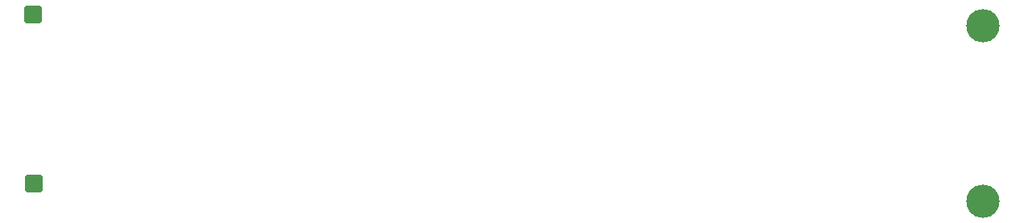
<source format=gbr>
%TF.GenerationSoftware,KiCad,Pcbnew,7.0.10*%
%TF.CreationDate,2024-07-07T01:33:31+02:00*%
%TF.ProjectId,DS100M06V_linear,44533130-304d-4303-9656-5f6c696e6561,rev?*%
%TF.SameCoordinates,Original*%
%TF.FileFunction,Copper,L3,Inr*%
%TF.FilePolarity,Positive*%
%FSLAX46Y46*%
G04 Gerber Fmt 4.6, Leading zero omitted, Abs format (unit mm)*
G04 Created by KiCad (PCBNEW 7.0.10) date 2024-07-07 01:33:31*
%MOMM*%
%LPD*%
G01*
G04 APERTURE LIST*
G04 Aperture macros list*
%AMRoundRect*
0 Rectangle with rounded corners*
0 $1 Rounding radius*
0 $2 $3 $4 $5 $6 $7 $8 $9 X,Y pos of 4 corners*
0 Add a 4 corners polygon primitive as box body*
4,1,4,$2,$3,$4,$5,$6,$7,$8,$9,$2,$3,0*
0 Add four circle primitives for the rounded corners*
1,1,$1+$1,$2,$3*
1,1,$1+$1,$4,$5*
1,1,$1+$1,$6,$7*
1,1,$1+$1,$8,$9*
0 Add four rect primitives between the rounded corners*
20,1,$1+$1,$2,$3,$4,$5,0*
20,1,$1+$1,$4,$5,$6,$7,0*
20,1,$1+$1,$6,$7,$8,$9,0*
20,1,$1+$1,$8,$9,$2,$3,0*%
G04 Aperture macros list end*
%TA.AperFunction,Conductor*%
%ADD10O,3.500000X3.500000*%
%TD*%
%TA.AperFunction,ComponentPad*%
%ADD11RoundRect,0.250000X-0.675000X-0.675000X0.675000X-0.675000X0.675000X0.675000X-0.675000X0.675000X0*%
%TD*%
G04 APERTURE END LIST*
D10*
%TO.N,*%
%TO.C,U3*%
X189380000Y-115400000D03*
%TD*%
D11*
%TO.N,IN+*%
%TO.C,J3*%
X89700000Y-132000000D03*
%TD*%
%TO.N,IN-*%
%TO.C,J4*%
X89600000Y-114200000D03*
%TD*%
D10*
%TO.N,*%
%TO.C,U5*%
X189400000Y-133840000D03*
%TD*%
M02*

</source>
